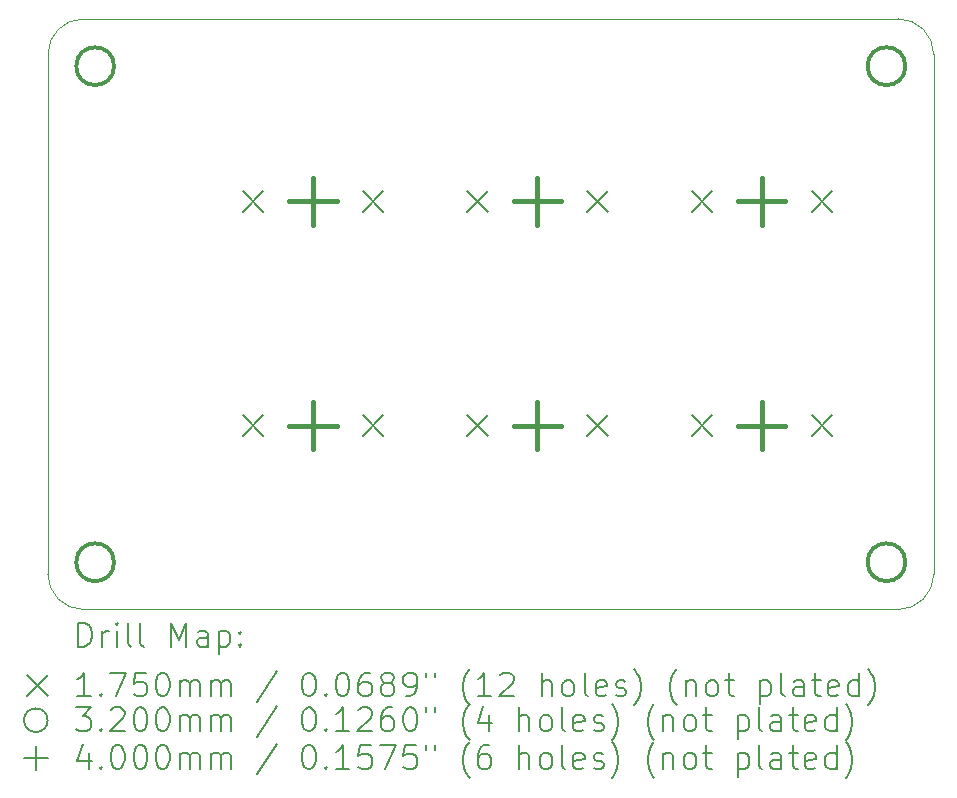
<source format=gbr>
%TF.GenerationSoftware,KiCad,Pcbnew,8.0.0*%
%TF.CreationDate,2024-03-12T01:41:39-04:00*%
%TF.ProjectId,mediaKeeb_V1,6d656469-614b-4656-9562-5f56312e6b69,rev?*%
%TF.SameCoordinates,Original*%
%TF.FileFunction,Drillmap*%
%TF.FilePolarity,Positive*%
%FSLAX45Y45*%
G04 Gerber Fmt 4.5, Leading zero omitted, Abs format (unit mm)*
G04 Created by KiCad (PCBNEW 8.0.0) date 2024-03-12 01:41:39*
%MOMM*%
%LPD*%
G01*
G04 APERTURE LIST*
%ADD10C,0.050000*%
%ADD11C,0.200000*%
%ADD12C,0.175000*%
%ADD13C,0.320000*%
%ADD14C,0.400000*%
G04 APERTURE END LIST*
D10*
X9700000Y-5000000D02*
X9700000Y-9400000D01*
X17200000Y-5000000D02*
X17200000Y-9400000D01*
X10000000Y-9700000D02*
G75*
G02*
X9700000Y-9400000I0J300000D01*
G01*
X17200000Y-9400000D02*
G75*
G02*
X16900000Y-9700000I-300000J0D01*
G01*
X16900000Y-9700000D02*
X10000000Y-9700000D01*
X16900000Y-4700000D02*
G75*
G02*
X17200000Y-5000000I0J-300000D01*
G01*
X10000000Y-4700000D02*
X16900000Y-4700000D01*
X9700000Y-5000000D02*
G75*
G02*
X10000000Y-4700000I300000J0D01*
G01*
D11*
D12*
X11348625Y-6155500D02*
X11523625Y-6330500D01*
X11523625Y-6155500D02*
X11348625Y-6330500D01*
X11349625Y-8055500D02*
X11524625Y-8230500D01*
X11524625Y-8055500D02*
X11349625Y-8230500D01*
X12364625Y-6155500D02*
X12539625Y-6330500D01*
X12539625Y-6155500D02*
X12364625Y-6330500D01*
X12365625Y-8055500D02*
X12540625Y-8230500D01*
X12540625Y-8055500D02*
X12365625Y-8230500D01*
X13249625Y-6155500D02*
X13424625Y-6330500D01*
X13424625Y-6155500D02*
X13249625Y-6330500D01*
X13249625Y-8055500D02*
X13424625Y-8230500D01*
X13424625Y-8055500D02*
X13249625Y-8230500D01*
X14265625Y-6155500D02*
X14440625Y-6330500D01*
X14440625Y-6155500D02*
X14265625Y-6330500D01*
X14265625Y-8055500D02*
X14440625Y-8230500D01*
X14440625Y-8055500D02*
X14265625Y-8230500D01*
X15149625Y-6155500D02*
X15324625Y-6330500D01*
X15324625Y-6155500D02*
X15149625Y-6330500D01*
X15149625Y-8055500D02*
X15324625Y-8230500D01*
X15324625Y-8055500D02*
X15149625Y-8230500D01*
X16165625Y-6155500D02*
X16340625Y-6330500D01*
X16340625Y-6155500D02*
X16165625Y-6330500D01*
X16165625Y-8055500D02*
X16340625Y-8230500D01*
X16340625Y-8055500D02*
X16165625Y-8230500D01*
D13*
X10260000Y-5100000D02*
G75*
G02*
X9940000Y-5100000I-160000J0D01*
G01*
X9940000Y-5100000D02*
G75*
G02*
X10260000Y-5100000I160000J0D01*
G01*
X10260000Y-9300000D02*
G75*
G02*
X9940000Y-9300000I-160000J0D01*
G01*
X9940000Y-9300000D02*
G75*
G02*
X10260000Y-9300000I160000J0D01*
G01*
X16960000Y-5100000D02*
G75*
G02*
X16640000Y-5100000I-160000J0D01*
G01*
X16640000Y-5100000D02*
G75*
G02*
X16960000Y-5100000I160000J0D01*
G01*
X16960000Y-9300000D02*
G75*
G02*
X16640000Y-9300000I-160000J0D01*
G01*
X16640000Y-9300000D02*
G75*
G02*
X16960000Y-9300000I160000J0D01*
G01*
D14*
X11944125Y-6043000D02*
X11944125Y-6443000D01*
X11744125Y-6243000D02*
X12144125Y-6243000D01*
X11945125Y-7943000D02*
X11945125Y-8343000D01*
X11745125Y-8143000D02*
X12145125Y-8143000D01*
X13845125Y-6043000D02*
X13845125Y-6443000D01*
X13645125Y-6243000D02*
X14045125Y-6243000D01*
X13845125Y-7943000D02*
X13845125Y-8343000D01*
X13645125Y-8143000D02*
X14045125Y-8143000D01*
X15745125Y-6043000D02*
X15745125Y-6443000D01*
X15545125Y-6243000D02*
X15945125Y-6243000D01*
X15745125Y-7943000D02*
X15745125Y-8343000D01*
X15545125Y-8143000D02*
X15945125Y-8143000D01*
D11*
X9958277Y-10013984D02*
X9958277Y-9813984D01*
X9958277Y-9813984D02*
X10005896Y-9813984D01*
X10005896Y-9813984D02*
X10034467Y-9823508D01*
X10034467Y-9823508D02*
X10053515Y-9842555D01*
X10053515Y-9842555D02*
X10063039Y-9861603D01*
X10063039Y-9861603D02*
X10072563Y-9899698D01*
X10072563Y-9899698D02*
X10072563Y-9928270D01*
X10072563Y-9928270D02*
X10063039Y-9966365D01*
X10063039Y-9966365D02*
X10053515Y-9985412D01*
X10053515Y-9985412D02*
X10034467Y-10004460D01*
X10034467Y-10004460D02*
X10005896Y-10013984D01*
X10005896Y-10013984D02*
X9958277Y-10013984D01*
X10158277Y-10013984D02*
X10158277Y-9880650D01*
X10158277Y-9918746D02*
X10167801Y-9899698D01*
X10167801Y-9899698D02*
X10177324Y-9890174D01*
X10177324Y-9890174D02*
X10196372Y-9880650D01*
X10196372Y-9880650D02*
X10215420Y-9880650D01*
X10282086Y-10013984D02*
X10282086Y-9880650D01*
X10282086Y-9813984D02*
X10272563Y-9823508D01*
X10272563Y-9823508D02*
X10282086Y-9833031D01*
X10282086Y-9833031D02*
X10291610Y-9823508D01*
X10291610Y-9823508D02*
X10282086Y-9813984D01*
X10282086Y-9813984D02*
X10282086Y-9833031D01*
X10405896Y-10013984D02*
X10386848Y-10004460D01*
X10386848Y-10004460D02*
X10377324Y-9985412D01*
X10377324Y-9985412D02*
X10377324Y-9813984D01*
X10510658Y-10013984D02*
X10491610Y-10004460D01*
X10491610Y-10004460D02*
X10482086Y-9985412D01*
X10482086Y-9985412D02*
X10482086Y-9813984D01*
X10739229Y-10013984D02*
X10739229Y-9813984D01*
X10739229Y-9813984D02*
X10805896Y-9956841D01*
X10805896Y-9956841D02*
X10872563Y-9813984D01*
X10872563Y-9813984D02*
X10872563Y-10013984D01*
X11053515Y-10013984D02*
X11053515Y-9909222D01*
X11053515Y-9909222D02*
X11043991Y-9890174D01*
X11043991Y-9890174D02*
X11024944Y-9880650D01*
X11024944Y-9880650D02*
X10986848Y-9880650D01*
X10986848Y-9880650D02*
X10967801Y-9890174D01*
X11053515Y-10004460D02*
X11034467Y-10013984D01*
X11034467Y-10013984D02*
X10986848Y-10013984D01*
X10986848Y-10013984D02*
X10967801Y-10004460D01*
X10967801Y-10004460D02*
X10958277Y-9985412D01*
X10958277Y-9985412D02*
X10958277Y-9966365D01*
X10958277Y-9966365D02*
X10967801Y-9947317D01*
X10967801Y-9947317D02*
X10986848Y-9937793D01*
X10986848Y-9937793D02*
X11034467Y-9937793D01*
X11034467Y-9937793D02*
X11053515Y-9928270D01*
X11148753Y-9880650D02*
X11148753Y-10080650D01*
X11148753Y-9890174D02*
X11167801Y-9880650D01*
X11167801Y-9880650D02*
X11205896Y-9880650D01*
X11205896Y-9880650D02*
X11224943Y-9890174D01*
X11224943Y-9890174D02*
X11234467Y-9899698D01*
X11234467Y-9899698D02*
X11243991Y-9918746D01*
X11243991Y-9918746D02*
X11243991Y-9975889D01*
X11243991Y-9975889D02*
X11234467Y-9994936D01*
X11234467Y-9994936D02*
X11224943Y-10004460D01*
X11224943Y-10004460D02*
X11205896Y-10013984D01*
X11205896Y-10013984D02*
X11167801Y-10013984D01*
X11167801Y-10013984D02*
X11148753Y-10004460D01*
X11329705Y-9994936D02*
X11339229Y-10004460D01*
X11339229Y-10004460D02*
X11329705Y-10013984D01*
X11329705Y-10013984D02*
X11320182Y-10004460D01*
X11320182Y-10004460D02*
X11329705Y-9994936D01*
X11329705Y-9994936D02*
X11329705Y-10013984D01*
X11329705Y-9890174D02*
X11339229Y-9899698D01*
X11339229Y-9899698D02*
X11329705Y-9909222D01*
X11329705Y-9909222D02*
X11320182Y-9899698D01*
X11320182Y-9899698D02*
X11329705Y-9890174D01*
X11329705Y-9890174D02*
X11329705Y-9909222D01*
D12*
X9522500Y-10255000D02*
X9697500Y-10430000D01*
X9697500Y-10255000D02*
X9522500Y-10430000D01*
D11*
X10063039Y-10433984D02*
X9948753Y-10433984D01*
X10005896Y-10433984D02*
X10005896Y-10233984D01*
X10005896Y-10233984D02*
X9986848Y-10262555D01*
X9986848Y-10262555D02*
X9967801Y-10281603D01*
X9967801Y-10281603D02*
X9948753Y-10291127D01*
X10148753Y-10414936D02*
X10158277Y-10424460D01*
X10158277Y-10424460D02*
X10148753Y-10433984D01*
X10148753Y-10433984D02*
X10139229Y-10424460D01*
X10139229Y-10424460D02*
X10148753Y-10414936D01*
X10148753Y-10414936D02*
X10148753Y-10433984D01*
X10224944Y-10233984D02*
X10358277Y-10233984D01*
X10358277Y-10233984D02*
X10272563Y-10433984D01*
X10529705Y-10233984D02*
X10434467Y-10233984D01*
X10434467Y-10233984D02*
X10424944Y-10329222D01*
X10424944Y-10329222D02*
X10434467Y-10319698D01*
X10434467Y-10319698D02*
X10453515Y-10310174D01*
X10453515Y-10310174D02*
X10501134Y-10310174D01*
X10501134Y-10310174D02*
X10520182Y-10319698D01*
X10520182Y-10319698D02*
X10529705Y-10329222D01*
X10529705Y-10329222D02*
X10539229Y-10348270D01*
X10539229Y-10348270D02*
X10539229Y-10395889D01*
X10539229Y-10395889D02*
X10529705Y-10414936D01*
X10529705Y-10414936D02*
X10520182Y-10424460D01*
X10520182Y-10424460D02*
X10501134Y-10433984D01*
X10501134Y-10433984D02*
X10453515Y-10433984D01*
X10453515Y-10433984D02*
X10434467Y-10424460D01*
X10434467Y-10424460D02*
X10424944Y-10414936D01*
X10663039Y-10233984D02*
X10682086Y-10233984D01*
X10682086Y-10233984D02*
X10701134Y-10243508D01*
X10701134Y-10243508D02*
X10710658Y-10253031D01*
X10710658Y-10253031D02*
X10720182Y-10272079D01*
X10720182Y-10272079D02*
X10729705Y-10310174D01*
X10729705Y-10310174D02*
X10729705Y-10357793D01*
X10729705Y-10357793D02*
X10720182Y-10395889D01*
X10720182Y-10395889D02*
X10710658Y-10414936D01*
X10710658Y-10414936D02*
X10701134Y-10424460D01*
X10701134Y-10424460D02*
X10682086Y-10433984D01*
X10682086Y-10433984D02*
X10663039Y-10433984D01*
X10663039Y-10433984D02*
X10643991Y-10424460D01*
X10643991Y-10424460D02*
X10634467Y-10414936D01*
X10634467Y-10414936D02*
X10624944Y-10395889D01*
X10624944Y-10395889D02*
X10615420Y-10357793D01*
X10615420Y-10357793D02*
X10615420Y-10310174D01*
X10615420Y-10310174D02*
X10624944Y-10272079D01*
X10624944Y-10272079D02*
X10634467Y-10253031D01*
X10634467Y-10253031D02*
X10643991Y-10243508D01*
X10643991Y-10243508D02*
X10663039Y-10233984D01*
X10815420Y-10433984D02*
X10815420Y-10300650D01*
X10815420Y-10319698D02*
X10824944Y-10310174D01*
X10824944Y-10310174D02*
X10843991Y-10300650D01*
X10843991Y-10300650D02*
X10872563Y-10300650D01*
X10872563Y-10300650D02*
X10891610Y-10310174D01*
X10891610Y-10310174D02*
X10901134Y-10329222D01*
X10901134Y-10329222D02*
X10901134Y-10433984D01*
X10901134Y-10329222D02*
X10910658Y-10310174D01*
X10910658Y-10310174D02*
X10929705Y-10300650D01*
X10929705Y-10300650D02*
X10958277Y-10300650D01*
X10958277Y-10300650D02*
X10977325Y-10310174D01*
X10977325Y-10310174D02*
X10986848Y-10329222D01*
X10986848Y-10329222D02*
X10986848Y-10433984D01*
X11082086Y-10433984D02*
X11082086Y-10300650D01*
X11082086Y-10319698D02*
X11091610Y-10310174D01*
X11091610Y-10310174D02*
X11110658Y-10300650D01*
X11110658Y-10300650D02*
X11139229Y-10300650D01*
X11139229Y-10300650D02*
X11158277Y-10310174D01*
X11158277Y-10310174D02*
X11167801Y-10329222D01*
X11167801Y-10329222D02*
X11167801Y-10433984D01*
X11167801Y-10329222D02*
X11177325Y-10310174D01*
X11177325Y-10310174D02*
X11196372Y-10300650D01*
X11196372Y-10300650D02*
X11224943Y-10300650D01*
X11224943Y-10300650D02*
X11243991Y-10310174D01*
X11243991Y-10310174D02*
X11253515Y-10329222D01*
X11253515Y-10329222D02*
X11253515Y-10433984D01*
X11643991Y-10224460D02*
X11472563Y-10481603D01*
X11901134Y-10233984D02*
X11920182Y-10233984D01*
X11920182Y-10233984D02*
X11939229Y-10243508D01*
X11939229Y-10243508D02*
X11948753Y-10253031D01*
X11948753Y-10253031D02*
X11958277Y-10272079D01*
X11958277Y-10272079D02*
X11967801Y-10310174D01*
X11967801Y-10310174D02*
X11967801Y-10357793D01*
X11967801Y-10357793D02*
X11958277Y-10395889D01*
X11958277Y-10395889D02*
X11948753Y-10414936D01*
X11948753Y-10414936D02*
X11939229Y-10424460D01*
X11939229Y-10424460D02*
X11920182Y-10433984D01*
X11920182Y-10433984D02*
X11901134Y-10433984D01*
X11901134Y-10433984D02*
X11882086Y-10424460D01*
X11882086Y-10424460D02*
X11872563Y-10414936D01*
X11872563Y-10414936D02*
X11863039Y-10395889D01*
X11863039Y-10395889D02*
X11853515Y-10357793D01*
X11853515Y-10357793D02*
X11853515Y-10310174D01*
X11853515Y-10310174D02*
X11863039Y-10272079D01*
X11863039Y-10272079D02*
X11872563Y-10253031D01*
X11872563Y-10253031D02*
X11882086Y-10243508D01*
X11882086Y-10243508D02*
X11901134Y-10233984D01*
X12053515Y-10414936D02*
X12063039Y-10424460D01*
X12063039Y-10424460D02*
X12053515Y-10433984D01*
X12053515Y-10433984D02*
X12043991Y-10424460D01*
X12043991Y-10424460D02*
X12053515Y-10414936D01*
X12053515Y-10414936D02*
X12053515Y-10433984D01*
X12186848Y-10233984D02*
X12205896Y-10233984D01*
X12205896Y-10233984D02*
X12224944Y-10243508D01*
X12224944Y-10243508D02*
X12234467Y-10253031D01*
X12234467Y-10253031D02*
X12243991Y-10272079D01*
X12243991Y-10272079D02*
X12253515Y-10310174D01*
X12253515Y-10310174D02*
X12253515Y-10357793D01*
X12253515Y-10357793D02*
X12243991Y-10395889D01*
X12243991Y-10395889D02*
X12234467Y-10414936D01*
X12234467Y-10414936D02*
X12224944Y-10424460D01*
X12224944Y-10424460D02*
X12205896Y-10433984D01*
X12205896Y-10433984D02*
X12186848Y-10433984D01*
X12186848Y-10433984D02*
X12167801Y-10424460D01*
X12167801Y-10424460D02*
X12158277Y-10414936D01*
X12158277Y-10414936D02*
X12148753Y-10395889D01*
X12148753Y-10395889D02*
X12139229Y-10357793D01*
X12139229Y-10357793D02*
X12139229Y-10310174D01*
X12139229Y-10310174D02*
X12148753Y-10272079D01*
X12148753Y-10272079D02*
X12158277Y-10253031D01*
X12158277Y-10253031D02*
X12167801Y-10243508D01*
X12167801Y-10243508D02*
X12186848Y-10233984D01*
X12424944Y-10233984D02*
X12386848Y-10233984D01*
X12386848Y-10233984D02*
X12367801Y-10243508D01*
X12367801Y-10243508D02*
X12358277Y-10253031D01*
X12358277Y-10253031D02*
X12339229Y-10281603D01*
X12339229Y-10281603D02*
X12329706Y-10319698D01*
X12329706Y-10319698D02*
X12329706Y-10395889D01*
X12329706Y-10395889D02*
X12339229Y-10414936D01*
X12339229Y-10414936D02*
X12348753Y-10424460D01*
X12348753Y-10424460D02*
X12367801Y-10433984D01*
X12367801Y-10433984D02*
X12405896Y-10433984D01*
X12405896Y-10433984D02*
X12424944Y-10424460D01*
X12424944Y-10424460D02*
X12434467Y-10414936D01*
X12434467Y-10414936D02*
X12443991Y-10395889D01*
X12443991Y-10395889D02*
X12443991Y-10348270D01*
X12443991Y-10348270D02*
X12434467Y-10329222D01*
X12434467Y-10329222D02*
X12424944Y-10319698D01*
X12424944Y-10319698D02*
X12405896Y-10310174D01*
X12405896Y-10310174D02*
X12367801Y-10310174D01*
X12367801Y-10310174D02*
X12348753Y-10319698D01*
X12348753Y-10319698D02*
X12339229Y-10329222D01*
X12339229Y-10329222D02*
X12329706Y-10348270D01*
X12558277Y-10319698D02*
X12539229Y-10310174D01*
X12539229Y-10310174D02*
X12529706Y-10300650D01*
X12529706Y-10300650D02*
X12520182Y-10281603D01*
X12520182Y-10281603D02*
X12520182Y-10272079D01*
X12520182Y-10272079D02*
X12529706Y-10253031D01*
X12529706Y-10253031D02*
X12539229Y-10243508D01*
X12539229Y-10243508D02*
X12558277Y-10233984D01*
X12558277Y-10233984D02*
X12596372Y-10233984D01*
X12596372Y-10233984D02*
X12615420Y-10243508D01*
X12615420Y-10243508D02*
X12624944Y-10253031D01*
X12624944Y-10253031D02*
X12634467Y-10272079D01*
X12634467Y-10272079D02*
X12634467Y-10281603D01*
X12634467Y-10281603D02*
X12624944Y-10300650D01*
X12624944Y-10300650D02*
X12615420Y-10310174D01*
X12615420Y-10310174D02*
X12596372Y-10319698D01*
X12596372Y-10319698D02*
X12558277Y-10319698D01*
X12558277Y-10319698D02*
X12539229Y-10329222D01*
X12539229Y-10329222D02*
X12529706Y-10338746D01*
X12529706Y-10338746D02*
X12520182Y-10357793D01*
X12520182Y-10357793D02*
X12520182Y-10395889D01*
X12520182Y-10395889D02*
X12529706Y-10414936D01*
X12529706Y-10414936D02*
X12539229Y-10424460D01*
X12539229Y-10424460D02*
X12558277Y-10433984D01*
X12558277Y-10433984D02*
X12596372Y-10433984D01*
X12596372Y-10433984D02*
X12615420Y-10424460D01*
X12615420Y-10424460D02*
X12624944Y-10414936D01*
X12624944Y-10414936D02*
X12634467Y-10395889D01*
X12634467Y-10395889D02*
X12634467Y-10357793D01*
X12634467Y-10357793D02*
X12624944Y-10338746D01*
X12624944Y-10338746D02*
X12615420Y-10329222D01*
X12615420Y-10329222D02*
X12596372Y-10319698D01*
X12729706Y-10433984D02*
X12767801Y-10433984D01*
X12767801Y-10433984D02*
X12786848Y-10424460D01*
X12786848Y-10424460D02*
X12796372Y-10414936D01*
X12796372Y-10414936D02*
X12815420Y-10386365D01*
X12815420Y-10386365D02*
X12824944Y-10348270D01*
X12824944Y-10348270D02*
X12824944Y-10272079D01*
X12824944Y-10272079D02*
X12815420Y-10253031D01*
X12815420Y-10253031D02*
X12805896Y-10243508D01*
X12805896Y-10243508D02*
X12786848Y-10233984D01*
X12786848Y-10233984D02*
X12748753Y-10233984D01*
X12748753Y-10233984D02*
X12729706Y-10243508D01*
X12729706Y-10243508D02*
X12720182Y-10253031D01*
X12720182Y-10253031D02*
X12710658Y-10272079D01*
X12710658Y-10272079D02*
X12710658Y-10319698D01*
X12710658Y-10319698D02*
X12720182Y-10338746D01*
X12720182Y-10338746D02*
X12729706Y-10348270D01*
X12729706Y-10348270D02*
X12748753Y-10357793D01*
X12748753Y-10357793D02*
X12786848Y-10357793D01*
X12786848Y-10357793D02*
X12805896Y-10348270D01*
X12805896Y-10348270D02*
X12815420Y-10338746D01*
X12815420Y-10338746D02*
X12824944Y-10319698D01*
X12901134Y-10233984D02*
X12901134Y-10272079D01*
X12977325Y-10233984D02*
X12977325Y-10272079D01*
X13272563Y-10510174D02*
X13263039Y-10500650D01*
X13263039Y-10500650D02*
X13243991Y-10472079D01*
X13243991Y-10472079D02*
X13234468Y-10453031D01*
X13234468Y-10453031D02*
X13224944Y-10424460D01*
X13224944Y-10424460D02*
X13215420Y-10376841D01*
X13215420Y-10376841D02*
X13215420Y-10338746D01*
X13215420Y-10338746D02*
X13224944Y-10291127D01*
X13224944Y-10291127D02*
X13234468Y-10262555D01*
X13234468Y-10262555D02*
X13243991Y-10243508D01*
X13243991Y-10243508D02*
X13263039Y-10214936D01*
X13263039Y-10214936D02*
X13272563Y-10205412D01*
X13453515Y-10433984D02*
X13339229Y-10433984D01*
X13396372Y-10433984D02*
X13396372Y-10233984D01*
X13396372Y-10233984D02*
X13377325Y-10262555D01*
X13377325Y-10262555D02*
X13358277Y-10281603D01*
X13358277Y-10281603D02*
X13339229Y-10291127D01*
X13529706Y-10253031D02*
X13539229Y-10243508D01*
X13539229Y-10243508D02*
X13558277Y-10233984D01*
X13558277Y-10233984D02*
X13605896Y-10233984D01*
X13605896Y-10233984D02*
X13624944Y-10243508D01*
X13624944Y-10243508D02*
X13634468Y-10253031D01*
X13634468Y-10253031D02*
X13643991Y-10272079D01*
X13643991Y-10272079D02*
X13643991Y-10291127D01*
X13643991Y-10291127D02*
X13634468Y-10319698D01*
X13634468Y-10319698D02*
X13520182Y-10433984D01*
X13520182Y-10433984D02*
X13643991Y-10433984D01*
X13882087Y-10433984D02*
X13882087Y-10233984D01*
X13967801Y-10433984D02*
X13967801Y-10329222D01*
X13967801Y-10329222D02*
X13958277Y-10310174D01*
X13958277Y-10310174D02*
X13939230Y-10300650D01*
X13939230Y-10300650D02*
X13910658Y-10300650D01*
X13910658Y-10300650D02*
X13891610Y-10310174D01*
X13891610Y-10310174D02*
X13882087Y-10319698D01*
X14091610Y-10433984D02*
X14072563Y-10424460D01*
X14072563Y-10424460D02*
X14063039Y-10414936D01*
X14063039Y-10414936D02*
X14053515Y-10395889D01*
X14053515Y-10395889D02*
X14053515Y-10338746D01*
X14053515Y-10338746D02*
X14063039Y-10319698D01*
X14063039Y-10319698D02*
X14072563Y-10310174D01*
X14072563Y-10310174D02*
X14091610Y-10300650D01*
X14091610Y-10300650D02*
X14120182Y-10300650D01*
X14120182Y-10300650D02*
X14139230Y-10310174D01*
X14139230Y-10310174D02*
X14148753Y-10319698D01*
X14148753Y-10319698D02*
X14158277Y-10338746D01*
X14158277Y-10338746D02*
X14158277Y-10395889D01*
X14158277Y-10395889D02*
X14148753Y-10414936D01*
X14148753Y-10414936D02*
X14139230Y-10424460D01*
X14139230Y-10424460D02*
X14120182Y-10433984D01*
X14120182Y-10433984D02*
X14091610Y-10433984D01*
X14272563Y-10433984D02*
X14253515Y-10424460D01*
X14253515Y-10424460D02*
X14243991Y-10405412D01*
X14243991Y-10405412D02*
X14243991Y-10233984D01*
X14424944Y-10424460D02*
X14405896Y-10433984D01*
X14405896Y-10433984D02*
X14367801Y-10433984D01*
X14367801Y-10433984D02*
X14348753Y-10424460D01*
X14348753Y-10424460D02*
X14339230Y-10405412D01*
X14339230Y-10405412D02*
X14339230Y-10329222D01*
X14339230Y-10329222D02*
X14348753Y-10310174D01*
X14348753Y-10310174D02*
X14367801Y-10300650D01*
X14367801Y-10300650D02*
X14405896Y-10300650D01*
X14405896Y-10300650D02*
X14424944Y-10310174D01*
X14424944Y-10310174D02*
X14434468Y-10329222D01*
X14434468Y-10329222D02*
X14434468Y-10348270D01*
X14434468Y-10348270D02*
X14339230Y-10367317D01*
X14510658Y-10424460D02*
X14529706Y-10433984D01*
X14529706Y-10433984D02*
X14567801Y-10433984D01*
X14567801Y-10433984D02*
X14586849Y-10424460D01*
X14586849Y-10424460D02*
X14596372Y-10405412D01*
X14596372Y-10405412D02*
X14596372Y-10395889D01*
X14596372Y-10395889D02*
X14586849Y-10376841D01*
X14586849Y-10376841D02*
X14567801Y-10367317D01*
X14567801Y-10367317D02*
X14539230Y-10367317D01*
X14539230Y-10367317D02*
X14520182Y-10357793D01*
X14520182Y-10357793D02*
X14510658Y-10338746D01*
X14510658Y-10338746D02*
X14510658Y-10329222D01*
X14510658Y-10329222D02*
X14520182Y-10310174D01*
X14520182Y-10310174D02*
X14539230Y-10300650D01*
X14539230Y-10300650D02*
X14567801Y-10300650D01*
X14567801Y-10300650D02*
X14586849Y-10310174D01*
X14663039Y-10510174D02*
X14672563Y-10500650D01*
X14672563Y-10500650D02*
X14691611Y-10472079D01*
X14691611Y-10472079D02*
X14701134Y-10453031D01*
X14701134Y-10453031D02*
X14710658Y-10424460D01*
X14710658Y-10424460D02*
X14720182Y-10376841D01*
X14720182Y-10376841D02*
X14720182Y-10338746D01*
X14720182Y-10338746D02*
X14710658Y-10291127D01*
X14710658Y-10291127D02*
X14701134Y-10262555D01*
X14701134Y-10262555D02*
X14691611Y-10243508D01*
X14691611Y-10243508D02*
X14672563Y-10214936D01*
X14672563Y-10214936D02*
X14663039Y-10205412D01*
X15024944Y-10510174D02*
X15015420Y-10500650D01*
X15015420Y-10500650D02*
X14996372Y-10472079D01*
X14996372Y-10472079D02*
X14986849Y-10453031D01*
X14986849Y-10453031D02*
X14977325Y-10424460D01*
X14977325Y-10424460D02*
X14967801Y-10376841D01*
X14967801Y-10376841D02*
X14967801Y-10338746D01*
X14967801Y-10338746D02*
X14977325Y-10291127D01*
X14977325Y-10291127D02*
X14986849Y-10262555D01*
X14986849Y-10262555D02*
X14996372Y-10243508D01*
X14996372Y-10243508D02*
X15015420Y-10214936D01*
X15015420Y-10214936D02*
X15024944Y-10205412D01*
X15101134Y-10300650D02*
X15101134Y-10433984D01*
X15101134Y-10319698D02*
X15110658Y-10310174D01*
X15110658Y-10310174D02*
X15129706Y-10300650D01*
X15129706Y-10300650D02*
X15158277Y-10300650D01*
X15158277Y-10300650D02*
X15177325Y-10310174D01*
X15177325Y-10310174D02*
X15186849Y-10329222D01*
X15186849Y-10329222D02*
X15186849Y-10433984D01*
X15310658Y-10433984D02*
X15291611Y-10424460D01*
X15291611Y-10424460D02*
X15282087Y-10414936D01*
X15282087Y-10414936D02*
X15272563Y-10395889D01*
X15272563Y-10395889D02*
X15272563Y-10338746D01*
X15272563Y-10338746D02*
X15282087Y-10319698D01*
X15282087Y-10319698D02*
X15291611Y-10310174D01*
X15291611Y-10310174D02*
X15310658Y-10300650D01*
X15310658Y-10300650D02*
X15339230Y-10300650D01*
X15339230Y-10300650D02*
X15358277Y-10310174D01*
X15358277Y-10310174D02*
X15367801Y-10319698D01*
X15367801Y-10319698D02*
X15377325Y-10338746D01*
X15377325Y-10338746D02*
X15377325Y-10395889D01*
X15377325Y-10395889D02*
X15367801Y-10414936D01*
X15367801Y-10414936D02*
X15358277Y-10424460D01*
X15358277Y-10424460D02*
X15339230Y-10433984D01*
X15339230Y-10433984D02*
X15310658Y-10433984D01*
X15434468Y-10300650D02*
X15510658Y-10300650D01*
X15463039Y-10233984D02*
X15463039Y-10405412D01*
X15463039Y-10405412D02*
X15472563Y-10424460D01*
X15472563Y-10424460D02*
X15491611Y-10433984D01*
X15491611Y-10433984D02*
X15510658Y-10433984D01*
X15729706Y-10300650D02*
X15729706Y-10500650D01*
X15729706Y-10310174D02*
X15748753Y-10300650D01*
X15748753Y-10300650D02*
X15786849Y-10300650D01*
X15786849Y-10300650D02*
X15805896Y-10310174D01*
X15805896Y-10310174D02*
X15815420Y-10319698D01*
X15815420Y-10319698D02*
X15824944Y-10338746D01*
X15824944Y-10338746D02*
X15824944Y-10395889D01*
X15824944Y-10395889D02*
X15815420Y-10414936D01*
X15815420Y-10414936D02*
X15805896Y-10424460D01*
X15805896Y-10424460D02*
X15786849Y-10433984D01*
X15786849Y-10433984D02*
X15748753Y-10433984D01*
X15748753Y-10433984D02*
X15729706Y-10424460D01*
X15939230Y-10433984D02*
X15920182Y-10424460D01*
X15920182Y-10424460D02*
X15910658Y-10405412D01*
X15910658Y-10405412D02*
X15910658Y-10233984D01*
X16101134Y-10433984D02*
X16101134Y-10329222D01*
X16101134Y-10329222D02*
X16091611Y-10310174D01*
X16091611Y-10310174D02*
X16072563Y-10300650D01*
X16072563Y-10300650D02*
X16034468Y-10300650D01*
X16034468Y-10300650D02*
X16015420Y-10310174D01*
X16101134Y-10424460D02*
X16082087Y-10433984D01*
X16082087Y-10433984D02*
X16034468Y-10433984D01*
X16034468Y-10433984D02*
X16015420Y-10424460D01*
X16015420Y-10424460D02*
X16005896Y-10405412D01*
X16005896Y-10405412D02*
X16005896Y-10386365D01*
X16005896Y-10386365D02*
X16015420Y-10367317D01*
X16015420Y-10367317D02*
X16034468Y-10357793D01*
X16034468Y-10357793D02*
X16082087Y-10357793D01*
X16082087Y-10357793D02*
X16101134Y-10348270D01*
X16167801Y-10300650D02*
X16243992Y-10300650D01*
X16196373Y-10233984D02*
X16196373Y-10405412D01*
X16196373Y-10405412D02*
X16205896Y-10424460D01*
X16205896Y-10424460D02*
X16224944Y-10433984D01*
X16224944Y-10433984D02*
X16243992Y-10433984D01*
X16386849Y-10424460D02*
X16367801Y-10433984D01*
X16367801Y-10433984D02*
X16329706Y-10433984D01*
X16329706Y-10433984D02*
X16310658Y-10424460D01*
X16310658Y-10424460D02*
X16301134Y-10405412D01*
X16301134Y-10405412D02*
X16301134Y-10329222D01*
X16301134Y-10329222D02*
X16310658Y-10310174D01*
X16310658Y-10310174D02*
X16329706Y-10300650D01*
X16329706Y-10300650D02*
X16367801Y-10300650D01*
X16367801Y-10300650D02*
X16386849Y-10310174D01*
X16386849Y-10310174D02*
X16396373Y-10329222D01*
X16396373Y-10329222D02*
X16396373Y-10348270D01*
X16396373Y-10348270D02*
X16301134Y-10367317D01*
X16567801Y-10433984D02*
X16567801Y-10233984D01*
X16567801Y-10424460D02*
X16548754Y-10433984D01*
X16548754Y-10433984D02*
X16510658Y-10433984D01*
X16510658Y-10433984D02*
X16491611Y-10424460D01*
X16491611Y-10424460D02*
X16482087Y-10414936D01*
X16482087Y-10414936D02*
X16472563Y-10395889D01*
X16472563Y-10395889D02*
X16472563Y-10338746D01*
X16472563Y-10338746D02*
X16482087Y-10319698D01*
X16482087Y-10319698D02*
X16491611Y-10310174D01*
X16491611Y-10310174D02*
X16510658Y-10300650D01*
X16510658Y-10300650D02*
X16548754Y-10300650D01*
X16548754Y-10300650D02*
X16567801Y-10310174D01*
X16643992Y-10510174D02*
X16653515Y-10500650D01*
X16653515Y-10500650D02*
X16672563Y-10472079D01*
X16672563Y-10472079D02*
X16682087Y-10453031D01*
X16682087Y-10453031D02*
X16691611Y-10424460D01*
X16691611Y-10424460D02*
X16701134Y-10376841D01*
X16701134Y-10376841D02*
X16701134Y-10338746D01*
X16701134Y-10338746D02*
X16691611Y-10291127D01*
X16691611Y-10291127D02*
X16682087Y-10262555D01*
X16682087Y-10262555D02*
X16672563Y-10243508D01*
X16672563Y-10243508D02*
X16653515Y-10214936D01*
X16653515Y-10214936D02*
X16643992Y-10205412D01*
X9697500Y-10637500D02*
G75*
G02*
X9497500Y-10637500I-100000J0D01*
G01*
X9497500Y-10637500D02*
G75*
G02*
X9697500Y-10637500I100000J0D01*
G01*
X9939229Y-10528984D02*
X10063039Y-10528984D01*
X10063039Y-10528984D02*
X9996372Y-10605174D01*
X9996372Y-10605174D02*
X10024944Y-10605174D01*
X10024944Y-10605174D02*
X10043991Y-10614698D01*
X10043991Y-10614698D02*
X10053515Y-10624222D01*
X10053515Y-10624222D02*
X10063039Y-10643270D01*
X10063039Y-10643270D02*
X10063039Y-10690889D01*
X10063039Y-10690889D02*
X10053515Y-10709936D01*
X10053515Y-10709936D02*
X10043991Y-10719460D01*
X10043991Y-10719460D02*
X10024944Y-10728984D01*
X10024944Y-10728984D02*
X9967801Y-10728984D01*
X9967801Y-10728984D02*
X9948753Y-10719460D01*
X9948753Y-10719460D02*
X9939229Y-10709936D01*
X10148753Y-10709936D02*
X10158277Y-10719460D01*
X10158277Y-10719460D02*
X10148753Y-10728984D01*
X10148753Y-10728984D02*
X10139229Y-10719460D01*
X10139229Y-10719460D02*
X10148753Y-10709936D01*
X10148753Y-10709936D02*
X10148753Y-10728984D01*
X10234467Y-10548031D02*
X10243991Y-10538508D01*
X10243991Y-10538508D02*
X10263039Y-10528984D01*
X10263039Y-10528984D02*
X10310658Y-10528984D01*
X10310658Y-10528984D02*
X10329705Y-10538508D01*
X10329705Y-10538508D02*
X10339229Y-10548031D01*
X10339229Y-10548031D02*
X10348753Y-10567079D01*
X10348753Y-10567079D02*
X10348753Y-10586127D01*
X10348753Y-10586127D02*
X10339229Y-10614698D01*
X10339229Y-10614698D02*
X10224944Y-10728984D01*
X10224944Y-10728984D02*
X10348753Y-10728984D01*
X10472563Y-10528984D02*
X10491610Y-10528984D01*
X10491610Y-10528984D02*
X10510658Y-10538508D01*
X10510658Y-10538508D02*
X10520182Y-10548031D01*
X10520182Y-10548031D02*
X10529705Y-10567079D01*
X10529705Y-10567079D02*
X10539229Y-10605174D01*
X10539229Y-10605174D02*
X10539229Y-10652793D01*
X10539229Y-10652793D02*
X10529705Y-10690889D01*
X10529705Y-10690889D02*
X10520182Y-10709936D01*
X10520182Y-10709936D02*
X10510658Y-10719460D01*
X10510658Y-10719460D02*
X10491610Y-10728984D01*
X10491610Y-10728984D02*
X10472563Y-10728984D01*
X10472563Y-10728984D02*
X10453515Y-10719460D01*
X10453515Y-10719460D02*
X10443991Y-10709936D01*
X10443991Y-10709936D02*
X10434467Y-10690889D01*
X10434467Y-10690889D02*
X10424944Y-10652793D01*
X10424944Y-10652793D02*
X10424944Y-10605174D01*
X10424944Y-10605174D02*
X10434467Y-10567079D01*
X10434467Y-10567079D02*
X10443991Y-10548031D01*
X10443991Y-10548031D02*
X10453515Y-10538508D01*
X10453515Y-10538508D02*
X10472563Y-10528984D01*
X10663039Y-10528984D02*
X10682086Y-10528984D01*
X10682086Y-10528984D02*
X10701134Y-10538508D01*
X10701134Y-10538508D02*
X10710658Y-10548031D01*
X10710658Y-10548031D02*
X10720182Y-10567079D01*
X10720182Y-10567079D02*
X10729705Y-10605174D01*
X10729705Y-10605174D02*
X10729705Y-10652793D01*
X10729705Y-10652793D02*
X10720182Y-10690889D01*
X10720182Y-10690889D02*
X10710658Y-10709936D01*
X10710658Y-10709936D02*
X10701134Y-10719460D01*
X10701134Y-10719460D02*
X10682086Y-10728984D01*
X10682086Y-10728984D02*
X10663039Y-10728984D01*
X10663039Y-10728984D02*
X10643991Y-10719460D01*
X10643991Y-10719460D02*
X10634467Y-10709936D01*
X10634467Y-10709936D02*
X10624944Y-10690889D01*
X10624944Y-10690889D02*
X10615420Y-10652793D01*
X10615420Y-10652793D02*
X10615420Y-10605174D01*
X10615420Y-10605174D02*
X10624944Y-10567079D01*
X10624944Y-10567079D02*
X10634467Y-10548031D01*
X10634467Y-10548031D02*
X10643991Y-10538508D01*
X10643991Y-10538508D02*
X10663039Y-10528984D01*
X10815420Y-10728984D02*
X10815420Y-10595650D01*
X10815420Y-10614698D02*
X10824944Y-10605174D01*
X10824944Y-10605174D02*
X10843991Y-10595650D01*
X10843991Y-10595650D02*
X10872563Y-10595650D01*
X10872563Y-10595650D02*
X10891610Y-10605174D01*
X10891610Y-10605174D02*
X10901134Y-10624222D01*
X10901134Y-10624222D02*
X10901134Y-10728984D01*
X10901134Y-10624222D02*
X10910658Y-10605174D01*
X10910658Y-10605174D02*
X10929705Y-10595650D01*
X10929705Y-10595650D02*
X10958277Y-10595650D01*
X10958277Y-10595650D02*
X10977325Y-10605174D01*
X10977325Y-10605174D02*
X10986848Y-10624222D01*
X10986848Y-10624222D02*
X10986848Y-10728984D01*
X11082086Y-10728984D02*
X11082086Y-10595650D01*
X11082086Y-10614698D02*
X11091610Y-10605174D01*
X11091610Y-10605174D02*
X11110658Y-10595650D01*
X11110658Y-10595650D02*
X11139229Y-10595650D01*
X11139229Y-10595650D02*
X11158277Y-10605174D01*
X11158277Y-10605174D02*
X11167801Y-10624222D01*
X11167801Y-10624222D02*
X11167801Y-10728984D01*
X11167801Y-10624222D02*
X11177325Y-10605174D01*
X11177325Y-10605174D02*
X11196372Y-10595650D01*
X11196372Y-10595650D02*
X11224943Y-10595650D01*
X11224943Y-10595650D02*
X11243991Y-10605174D01*
X11243991Y-10605174D02*
X11253515Y-10624222D01*
X11253515Y-10624222D02*
X11253515Y-10728984D01*
X11643991Y-10519460D02*
X11472563Y-10776603D01*
X11901134Y-10528984D02*
X11920182Y-10528984D01*
X11920182Y-10528984D02*
X11939229Y-10538508D01*
X11939229Y-10538508D02*
X11948753Y-10548031D01*
X11948753Y-10548031D02*
X11958277Y-10567079D01*
X11958277Y-10567079D02*
X11967801Y-10605174D01*
X11967801Y-10605174D02*
X11967801Y-10652793D01*
X11967801Y-10652793D02*
X11958277Y-10690889D01*
X11958277Y-10690889D02*
X11948753Y-10709936D01*
X11948753Y-10709936D02*
X11939229Y-10719460D01*
X11939229Y-10719460D02*
X11920182Y-10728984D01*
X11920182Y-10728984D02*
X11901134Y-10728984D01*
X11901134Y-10728984D02*
X11882086Y-10719460D01*
X11882086Y-10719460D02*
X11872563Y-10709936D01*
X11872563Y-10709936D02*
X11863039Y-10690889D01*
X11863039Y-10690889D02*
X11853515Y-10652793D01*
X11853515Y-10652793D02*
X11853515Y-10605174D01*
X11853515Y-10605174D02*
X11863039Y-10567079D01*
X11863039Y-10567079D02*
X11872563Y-10548031D01*
X11872563Y-10548031D02*
X11882086Y-10538508D01*
X11882086Y-10538508D02*
X11901134Y-10528984D01*
X12053515Y-10709936D02*
X12063039Y-10719460D01*
X12063039Y-10719460D02*
X12053515Y-10728984D01*
X12053515Y-10728984D02*
X12043991Y-10719460D01*
X12043991Y-10719460D02*
X12053515Y-10709936D01*
X12053515Y-10709936D02*
X12053515Y-10728984D01*
X12253515Y-10728984D02*
X12139229Y-10728984D01*
X12196372Y-10728984D02*
X12196372Y-10528984D01*
X12196372Y-10528984D02*
X12177325Y-10557555D01*
X12177325Y-10557555D02*
X12158277Y-10576603D01*
X12158277Y-10576603D02*
X12139229Y-10586127D01*
X12329706Y-10548031D02*
X12339229Y-10538508D01*
X12339229Y-10538508D02*
X12358277Y-10528984D01*
X12358277Y-10528984D02*
X12405896Y-10528984D01*
X12405896Y-10528984D02*
X12424944Y-10538508D01*
X12424944Y-10538508D02*
X12434467Y-10548031D01*
X12434467Y-10548031D02*
X12443991Y-10567079D01*
X12443991Y-10567079D02*
X12443991Y-10586127D01*
X12443991Y-10586127D02*
X12434467Y-10614698D01*
X12434467Y-10614698D02*
X12320182Y-10728984D01*
X12320182Y-10728984D02*
X12443991Y-10728984D01*
X12615420Y-10528984D02*
X12577325Y-10528984D01*
X12577325Y-10528984D02*
X12558277Y-10538508D01*
X12558277Y-10538508D02*
X12548753Y-10548031D01*
X12548753Y-10548031D02*
X12529706Y-10576603D01*
X12529706Y-10576603D02*
X12520182Y-10614698D01*
X12520182Y-10614698D02*
X12520182Y-10690889D01*
X12520182Y-10690889D02*
X12529706Y-10709936D01*
X12529706Y-10709936D02*
X12539229Y-10719460D01*
X12539229Y-10719460D02*
X12558277Y-10728984D01*
X12558277Y-10728984D02*
X12596372Y-10728984D01*
X12596372Y-10728984D02*
X12615420Y-10719460D01*
X12615420Y-10719460D02*
X12624944Y-10709936D01*
X12624944Y-10709936D02*
X12634467Y-10690889D01*
X12634467Y-10690889D02*
X12634467Y-10643270D01*
X12634467Y-10643270D02*
X12624944Y-10624222D01*
X12624944Y-10624222D02*
X12615420Y-10614698D01*
X12615420Y-10614698D02*
X12596372Y-10605174D01*
X12596372Y-10605174D02*
X12558277Y-10605174D01*
X12558277Y-10605174D02*
X12539229Y-10614698D01*
X12539229Y-10614698D02*
X12529706Y-10624222D01*
X12529706Y-10624222D02*
X12520182Y-10643270D01*
X12758277Y-10528984D02*
X12777325Y-10528984D01*
X12777325Y-10528984D02*
X12796372Y-10538508D01*
X12796372Y-10538508D02*
X12805896Y-10548031D01*
X12805896Y-10548031D02*
X12815420Y-10567079D01*
X12815420Y-10567079D02*
X12824944Y-10605174D01*
X12824944Y-10605174D02*
X12824944Y-10652793D01*
X12824944Y-10652793D02*
X12815420Y-10690889D01*
X12815420Y-10690889D02*
X12805896Y-10709936D01*
X12805896Y-10709936D02*
X12796372Y-10719460D01*
X12796372Y-10719460D02*
X12777325Y-10728984D01*
X12777325Y-10728984D02*
X12758277Y-10728984D01*
X12758277Y-10728984D02*
X12739229Y-10719460D01*
X12739229Y-10719460D02*
X12729706Y-10709936D01*
X12729706Y-10709936D02*
X12720182Y-10690889D01*
X12720182Y-10690889D02*
X12710658Y-10652793D01*
X12710658Y-10652793D02*
X12710658Y-10605174D01*
X12710658Y-10605174D02*
X12720182Y-10567079D01*
X12720182Y-10567079D02*
X12729706Y-10548031D01*
X12729706Y-10548031D02*
X12739229Y-10538508D01*
X12739229Y-10538508D02*
X12758277Y-10528984D01*
X12901134Y-10528984D02*
X12901134Y-10567079D01*
X12977325Y-10528984D02*
X12977325Y-10567079D01*
X13272563Y-10805174D02*
X13263039Y-10795650D01*
X13263039Y-10795650D02*
X13243991Y-10767079D01*
X13243991Y-10767079D02*
X13234468Y-10748031D01*
X13234468Y-10748031D02*
X13224944Y-10719460D01*
X13224944Y-10719460D02*
X13215420Y-10671841D01*
X13215420Y-10671841D02*
X13215420Y-10633746D01*
X13215420Y-10633746D02*
X13224944Y-10586127D01*
X13224944Y-10586127D02*
X13234468Y-10557555D01*
X13234468Y-10557555D02*
X13243991Y-10538508D01*
X13243991Y-10538508D02*
X13263039Y-10509936D01*
X13263039Y-10509936D02*
X13272563Y-10500412D01*
X13434468Y-10595650D02*
X13434468Y-10728984D01*
X13386848Y-10519460D02*
X13339229Y-10662317D01*
X13339229Y-10662317D02*
X13463039Y-10662317D01*
X13691610Y-10728984D02*
X13691610Y-10528984D01*
X13777325Y-10728984D02*
X13777325Y-10624222D01*
X13777325Y-10624222D02*
X13767801Y-10605174D01*
X13767801Y-10605174D02*
X13748753Y-10595650D01*
X13748753Y-10595650D02*
X13720182Y-10595650D01*
X13720182Y-10595650D02*
X13701134Y-10605174D01*
X13701134Y-10605174D02*
X13691610Y-10614698D01*
X13901134Y-10728984D02*
X13882087Y-10719460D01*
X13882087Y-10719460D02*
X13872563Y-10709936D01*
X13872563Y-10709936D02*
X13863039Y-10690889D01*
X13863039Y-10690889D02*
X13863039Y-10633746D01*
X13863039Y-10633746D02*
X13872563Y-10614698D01*
X13872563Y-10614698D02*
X13882087Y-10605174D01*
X13882087Y-10605174D02*
X13901134Y-10595650D01*
X13901134Y-10595650D02*
X13929706Y-10595650D01*
X13929706Y-10595650D02*
X13948753Y-10605174D01*
X13948753Y-10605174D02*
X13958277Y-10614698D01*
X13958277Y-10614698D02*
X13967801Y-10633746D01*
X13967801Y-10633746D02*
X13967801Y-10690889D01*
X13967801Y-10690889D02*
X13958277Y-10709936D01*
X13958277Y-10709936D02*
X13948753Y-10719460D01*
X13948753Y-10719460D02*
X13929706Y-10728984D01*
X13929706Y-10728984D02*
X13901134Y-10728984D01*
X14082087Y-10728984D02*
X14063039Y-10719460D01*
X14063039Y-10719460D02*
X14053515Y-10700412D01*
X14053515Y-10700412D02*
X14053515Y-10528984D01*
X14234468Y-10719460D02*
X14215420Y-10728984D01*
X14215420Y-10728984D02*
X14177325Y-10728984D01*
X14177325Y-10728984D02*
X14158277Y-10719460D01*
X14158277Y-10719460D02*
X14148753Y-10700412D01*
X14148753Y-10700412D02*
X14148753Y-10624222D01*
X14148753Y-10624222D02*
X14158277Y-10605174D01*
X14158277Y-10605174D02*
X14177325Y-10595650D01*
X14177325Y-10595650D02*
X14215420Y-10595650D01*
X14215420Y-10595650D02*
X14234468Y-10605174D01*
X14234468Y-10605174D02*
X14243991Y-10624222D01*
X14243991Y-10624222D02*
X14243991Y-10643270D01*
X14243991Y-10643270D02*
X14148753Y-10662317D01*
X14320182Y-10719460D02*
X14339230Y-10728984D01*
X14339230Y-10728984D02*
X14377325Y-10728984D01*
X14377325Y-10728984D02*
X14396372Y-10719460D01*
X14396372Y-10719460D02*
X14405896Y-10700412D01*
X14405896Y-10700412D02*
X14405896Y-10690889D01*
X14405896Y-10690889D02*
X14396372Y-10671841D01*
X14396372Y-10671841D02*
X14377325Y-10662317D01*
X14377325Y-10662317D02*
X14348753Y-10662317D01*
X14348753Y-10662317D02*
X14329706Y-10652793D01*
X14329706Y-10652793D02*
X14320182Y-10633746D01*
X14320182Y-10633746D02*
X14320182Y-10624222D01*
X14320182Y-10624222D02*
X14329706Y-10605174D01*
X14329706Y-10605174D02*
X14348753Y-10595650D01*
X14348753Y-10595650D02*
X14377325Y-10595650D01*
X14377325Y-10595650D02*
X14396372Y-10605174D01*
X14472563Y-10805174D02*
X14482087Y-10795650D01*
X14482087Y-10795650D02*
X14501134Y-10767079D01*
X14501134Y-10767079D02*
X14510658Y-10748031D01*
X14510658Y-10748031D02*
X14520182Y-10719460D01*
X14520182Y-10719460D02*
X14529706Y-10671841D01*
X14529706Y-10671841D02*
X14529706Y-10633746D01*
X14529706Y-10633746D02*
X14520182Y-10586127D01*
X14520182Y-10586127D02*
X14510658Y-10557555D01*
X14510658Y-10557555D02*
X14501134Y-10538508D01*
X14501134Y-10538508D02*
X14482087Y-10509936D01*
X14482087Y-10509936D02*
X14472563Y-10500412D01*
X14834468Y-10805174D02*
X14824944Y-10795650D01*
X14824944Y-10795650D02*
X14805896Y-10767079D01*
X14805896Y-10767079D02*
X14796372Y-10748031D01*
X14796372Y-10748031D02*
X14786849Y-10719460D01*
X14786849Y-10719460D02*
X14777325Y-10671841D01*
X14777325Y-10671841D02*
X14777325Y-10633746D01*
X14777325Y-10633746D02*
X14786849Y-10586127D01*
X14786849Y-10586127D02*
X14796372Y-10557555D01*
X14796372Y-10557555D02*
X14805896Y-10538508D01*
X14805896Y-10538508D02*
X14824944Y-10509936D01*
X14824944Y-10509936D02*
X14834468Y-10500412D01*
X14910658Y-10595650D02*
X14910658Y-10728984D01*
X14910658Y-10614698D02*
X14920182Y-10605174D01*
X14920182Y-10605174D02*
X14939230Y-10595650D01*
X14939230Y-10595650D02*
X14967801Y-10595650D01*
X14967801Y-10595650D02*
X14986849Y-10605174D01*
X14986849Y-10605174D02*
X14996372Y-10624222D01*
X14996372Y-10624222D02*
X14996372Y-10728984D01*
X15120182Y-10728984D02*
X15101134Y-10719460D01*
X15101134Y-10719460D02*
X15091611Y-10709936D01*
X15091611Y-10709936D02*
X15082087Y-10690889D01*
X15082087Y-10690889D02*
X15082087Y-10633746D01*
X15082087Y-10633746D02*
X15091611Y-10614698D01*
X15091611Y-10614698D02*
X15101134Y-10605174D01*
X15101134Y-10605174D02*
X15120182Y-10595650D01*
X15120182Y-10595650D02*
X15148753Y-10595650D01*
X15148753Y-10595650D02*
X15167801Y-10605174D01*
X15167801Y-10605174D02*
X15177325Y-10614698D01*
X15177325Y-10614698D02*
X15186849Y-10633746D01*
X15186849Y-10633746D02*
X15186849Y-10690889D01*
X15186849Y-10690889D02*
X15177325Y-10709936D01*
X15177325Y-10709936D02*
X15167801Y-10719460D01*
X15167801Y-10719460D02*
X15148753Y-10728984D01*
X15148753Y-10728984D02*
X15120182Y-10728984D01*
X15243992Y-10595650D02*
X15320182Y-10595650D01*
X15272563Y-10528984D02*
X15272563Y-10700412D01*
X15272563Y-10700412D02*
X15282087Y-10719460D01*
X15282087Y-10719460D02*
X15301134Y-10728984D01*
X15301134Y-10728984D02*
X15320182Y-10728984D01*
X15539230Y-10595650D02*
X15539230Y-10795650D01*
X15539230Y-10605174D02*
X15558277Y-10595650D01*
X15558277Y-10595650D02*
X15596373Y-10595650D01*
X15596373Y-10595650D02*
X15615420Y-10605174D01*
X15615420Y-10605174D02*
X15624944Y-10614698D01*
X15624944Y-10614698D02*
X15634468Y-10633746D01*
X15634468Y-10633746D02*
X15634468Y-10690889D01*
X15634468Y-10690889D02*
X15624944Y-10709936D01*
X15624944Y-10709936D02*
X15615420Y-10719460D01*
X15615420Y-10719460D02*
X15596373Y-10728984D01*
X15596373Y-10728984D02*
X15558277Y-10728984D01*
X15558277Y-10728984D02*
X15539230Y-10719460D01*
X15748753Y-10728984D02*
X15729706Y-10719460D01*
X15729706Y-10719460D02*
X15720182Y-10700412D01*
X15720182Y-10700412D02*
X15720182Y-10528984D01*
X15910658Y-10728984D02*
X15910658Y-10624222D01*
X15910658Y-10624222D02*
X15901134Y-10605174D01*
X15901134Y-10605174D02*
X15882087Y-10595650D01*
X15882087Y-10595650D02*
X15843992Y-10595650D01*
X15843992Y-10595650D02*
X15824944Y-10605174D01*
X15910658Y-10719460D02*
X15891611Y-10728984D01*
X15891611Y-10728984D02*
X15843992Y-10728984D01*
X15843992Y-10728984D02*
X15824944Y-10719460D01*
X15824944Y-10719460D02*
X15815420Y-10700412D01*
X15815420Y-10700412D02*
X15815420Y-10681365D01*
X15815420Y-10681365D02*
X15824944Y-10662317D01*
X15824944Y-10662317D02*
X15843992Y-10652793D01*
X15843992Y-10652793D02*
X15891611Y-10652793D01*
X15891611Y-10652793D02*
X15910658Y-10643270D01*
X15977325Y-10595650D02*
X16053515Y-10595650D01*
X16005896Y-10528984D02*
X16005896Y-10700412D01*
X16005896Y-10700412D02*
X16015420Y-10719460D01*
X16015420Y-10719460D02*
X16034468Y-10728984D01*
X16034468Y-10728984D02*
X16053515Y-10728984D01*
X16196373Y-10719460D02*
X16177325Y-10728984D01*
X16177325Y-10728984D02*
X16139230Y-10728984D01*
X16139230Y-10728984D02*
X16120182Y-10719460D01*
X16120182Y-10719460D02*
X16110658Y-10700412D01*
X16110658Y-10700412D02*
X16110658Y-10624222D01*
X16110658Y-10624222D02*
X16120182Y-10605174D01*
X16120182Y-10605174D02*
X16139230Y-10595650D01*
X16139230Y-10595650D02*
X16177325Y-10595650D01*
X16177325Y-10595650D02*
X16196373Y-10605174D01*
X16196373Y-10605174D02*
X16205896Y-10624222D01*
X16205896Y-10624222D02*
X16205896Y-10643270D01*
X16205896Y-10643270D02*
X16110658Y-10662317D01*
X16377325Y-10728984D02*
X16377325Y-10528984D01*
X16377325Y-10719460D02*
X16358277Y-10728984D01*
X16358277Y-10728984D02*
X16320182Y-10728984D01*
X16320182Y-10728984D02*
X16301134Y-10719460D01*
X16301134Y-10719460D02*
X16291611Y-10709936D01*
X16291611Y-10709936D02*
X16282087Y-10690889D01*
X16282087Y-10690889D02*
X16282087Y-10633746D01*
X16282087Y-10633746D02*
X16291611Y-10614698D01*
X16291611Y-10614698D02*
X16301134Y-10605174D01*
X16301134Y-10605174D02*
X16320182Y-10595650D01*
X16320182Y-10595650D02*
X16358277Y-10595650D01*
X16358277Y-10595650D02*
X16377325Y-10605174D01*
X16453515Y-10805174D02*
X16463039Y-10795650D01*
X16463039Y-10795650D02*
X16482087Y-10767079D01*
X16482087Y-10767079D02*
X16491611Y-10748031D01*
X16491611Y-10748031D02*
X16501134Y-10719460D01*
X16501134Y-10719460D02*
X16510658Y-10671841D01*
X16510658Y-10671841D02*
X16510658Y-10633746D01*
X16510658Y-10633746D02*
X16501134Y-10586127D01*
X16501134Y-10586127D02*
X16491611Y-10557555D01*
X16491611Y-10557555D02*
X16482087Y-10538508D01*
X16482087Y-10538508D02*
X16463039Y-10509936D01*
X16463039Y-10509936D02*
X16453515Y-10500412D01*
X9597500Y-10857500D02*
X9597500Y-11057500D01*
X9497500Y-10957500D02*
X9697500Y-10957500D01*
X10043991Y-10915650D02*
X10043991Y-11048984D01*
X9996372Y-10839460D02*
X9948753Y-10982317D01*
X9948753Y-10982317D02*
X10072563Y-10982317D01*
X10148753Y-11029936D02*
X10158277Y-11039460D01*
X10158277Y-11039460D02*
X10148753Y-11048984D01*
X10148753Y-11048984D02*
X10139229Y-11039460D01*
X10139229Y-11039460D02*
X10148753Y-11029936D01*
X10148753Y-11029936D02*
X10148753Y-11048984D01*
X10282086Y-10848984D02*
X10301134Y-10848984D01*
X10301134Y-10848984D02*
X10320182Y-10858508D01*
X10320182Y-10858508D02*
X10329705Y-10868031D01*
X10329705Y-10868031D02*
X10339229Y-10887079D01*
X10339229Y-10887079D02*
X10348753Y-10925174D01*
X10348753Y-10925174D02*
X10348753Y-10972793D01*
X10348753Y-10972793D02*
X10339229Y-11010889D01*
X10339229Y-11010889D02*
X10329705Y-11029936D01*
X10329705Y-11029936D02*
X10320182Y-11039460D01*
X10320182Y-11039460D02*
X10301134Y-11048984D01*
X10301134Y-11048984D02*
X10282086Y-11048984D01*
X10282086Y-11048984D02*
X10263039Y-11039460D01*
X10263039Y-11039460D02*
X10253515Y-11029936D01*
X10253515Y-11029936D02*
X10243991Y-11010889D01*
X10243991Y-11010889D02*
X10234467Y-10972793D01*
X10234467Y-10972793D02*
X10234467Y-10925174D01*
X10234467Y-10925174D02*
X10243991Y-10887079D01*
X10243991Y-10887079D02*
X10253515Y-10868031D01*
X10253515Y-10868031D02*
X10263039Y-10858508D01*
X10263039Y-10858508D02*
X10282086Y-10848984D01*
X10472563Y-10848984D02*
X10491610Y-10848984D01*
X10491610Y-10848984D02*
X10510658Y-10858508D01*
X10510658Y-10858508D02*
X10520182Y-10868031D01*
X10520182Y-10868031D02*
X10529705Y-10887079D01*
X10529705Y-10887079D02*
X10539229Y-10925174D01*
X10539229Y-10925174D02*
X10539229Y-10972793D01*
X10539229Y-10972793D02*
X10529705Y-11010889D01*
X10529705Y-11010889D02*
X10520182Y-11029936D01*
X10520182Y-11029936D02*
X10510658Y-11039460D01*
X10510658Y-11039460D02*
X10491610Y-11048984D01*
X10491610Y-11048984D02*
X10472563Y-11048984D01*
X10472563Y-11048984D02*
X10453515Y-11039460D01*
X10453515Y-11039460D02*
X10443991Y-11029936D01*
X10443991Y-11029936D02*
X10434467Y-11010889D01*
X10434467Y-11010889D02*
X10424944Y-10972793D01*
X10424944Y-10972793D02*
X10424944Y-10925174D01*
X10424944Y-10925174D02*
X10434467Y-10887079D01*
X10434467Y-10887079D02*
X10443991Y-10868031D01*
X10443991Y-10868031D02*
X10453515Y-10858508D01*
X10453515Y-10858508D02*
X10472563Y-10848984D01*
X10663039Y-10848984D02*
X10682086Y-10848984D01*
X10682086Y-10848984D02*
X10701134Y-10858508D01*
X10701134Y-10858508D02*
X10710658Y-10868031D01*
X10710658Y-10868031D02*
X10720182Y-10887079D01*
X10720182Y-10887079D02*
X10729705Y-10925174D01*
X10729705Y-10925174D02*
X10729705Y-10972793D01*
X10729705Y-10972793D02*
X10720182Y-11010889D01*
X10720182Y-11010889D02*
X10710658Y-11029936D01*
X10710658Y-11029936D02*
X10701134Y-11039460D01*
X10701134Y-11039460D02*
X10682086Y-11048984D01*
X10682086Y-11048984D02*
X10663039Y-11048984D01*
X10663039Y-11048984D02*
X10643991Y-11039460D01*
X10643991Y-11039460D02*
X10634467Y-11029936D01*
X10634467Y-11029936D02*
X10624944Y-11010889D01*
X10624944Y-11010889D02*
X10615420Y-10972793D01*
X10615420Y-10972793D02*
X10615420Y-10925174D01*
X10615420Y-10925174D02*
X10624944Y-10887079D01*
X10624944Y-10887079D02*
X10634467Y-10868031D01*
X10634467Y-10868031D02*
X10643991Y-10858508D01*
X10643991Y-10858508D02*
X10663039Y-10848984D01*
X10815420Y-11048984D02*
X10815420Y-10915650D01*
X10815420Y-10934698D02*
X10824944Y-10925174D01*
X10824944Y-10925174D02*
X10843991Y-10915650D01*
X10843991Y-10915650D02*
X10872563Y-10915650D01*
X10872563Y-10915650D02*
X10891610Y-10925174D01*
X10891610Y-10925174D02*
X10901134Y-10944222D01*
X10901134Y-10944222D02*
X10901134Y-11048984D01*
X10901134Y-10944222D02*
X10910658Y-10925174D01*
X10910658Y-10925174D02*
X10929705Y-10915650D01*
X10929705Y-10915650D02*
X10958277Y-10915650D01*
X10958277Y-10915650D02*
X10977325Y-10925174D01*
X10977325Y-10925174D02*
X10986848Y-10944222D01*
X10986848Y-10944222D02*
X10986848Y-11048984D01*
X11082086Y-11048984D02*
X11082086Y-10915650D01*
X11082086Y-10934698D02*
X11091610Y-10925174D01*
X11091610Y-10925174D02*
X11110658Y-10915650D01*
X11110658Y-10915650D02*
X11139229Y-10915650D01*
X11139229Y-10915650D02*
X11158277Y-10925174D01*
X11158277Y-10925174D02*
X11167801Y-10944222D01*
X11167801Y-10944222D02*
X11167801Y-11048984D01*
X11167801Y-10944222D02*
X11177325Y-10925174D01*
X11177325Y-10925174D02*
X11196372Y-10915650D01*
X11196372Y-10915650D02*
X11224943Y-10915650D01*
X11224943Y-10915650D02*
X11243991Y-10925174D01*
X11243991Y-10925174D02*
X11253515Y-10944222D01*
X11253515Y-10944222D02*
X11253515Y-11048984D01*
X11643991Y-10839460D02*
X11472563Y-11096603D01*
X11901134Y-10848984D02*
X11920182Y-10848984D01*
X11920182Y-10848984D02*
X11939229Y-10858508D01*
X11939229Y-10858508D02*
X11948753Y-10868031D01*
X11948753Y-10868031D02*
X11958277Y-10887079D01*
X11958277Y-10887079D02*
X11967801Y-10925174D01*
X11967801Y-10925174D02*
X11967801Y-10972793D01*
X11967801Y-10972793D02*
X11958277Y-11010889D01*
X11958277Y-11010889D02*
X11948753Y-11029936D01*
X11948753Y-11029936D02*
X11939229Y-11039460D01*
X11939229Y-11039460D02*
X11920182Y-11048984D01*
X11920182Y-11048984D02*
X11901134Y-11048984D01*
X11901134Y-11048984D02*
X11882086Y-11039460D01*
X11882086Y-11039460D02*
X11872563Y-11029936D01*
X11872563Y-11029936D02*
X11863039Y-11010889D01*
X11863039Y-11010889D02*
X11853515Y-10972793D01*
X11853515Y-10972793D02*
X11853515Y-10925174D01*
X11853515Y-10925174D02*
X11863039Y-10887079D01*
X11863039Y-10887079D02*
X11872563Y-10868031D01*
X11872563Y-10868031D02*
X11882086Y-10858508D01*
X11882086Y-10858508D02*
X11901134Y-10848984D01*
X12053515Y-11029936D02*
X12063039Y-11039460D01*
X12063039Y-11039460D02*
X12053515Y-11048984D01*
X12053515Y-11048984D02*
X12043991Y-11039460D01*
X12043991Y-11039460D02*
X12053515Y-11029936D01*
X12053515Y-11029936D02*
X12053515Y-11048984D01*
X12253515Y-11048984D02*
X12139229Y-11048984D01*
X12196372Y-11048984D02*
X12196372Y-10848984D01*
X12196372Y-10848984D02*
X12177325Y-10877555D01*
X12177325Y-10877555D02*
X12158277Y-10896603D01*
X12158277Y-10896603D02*
X12139229Y-10906127D01*
X12434467Y-10848984D02*
X12339229Y-10848984D01*
X12339229Y-10848984D02*
X12329706Y-10944222D01*
X12329706Y-10944222D02*
X12339229Y-10934698D01*
X12339229Y-10934698D02*
X12358277Y-10925174D01*
X12358277Y-10925174D02*
X12405896Y-10925174D01*
X12405896Y-10925174D02*
X12424944Y-10934698D01*
X12424944Y-10934698D02*
X12434467Y-10944222D01*
X12434467Y-10944222D02*
X12443991Y-10963270D01*
X12443991Y-10963270D02*
X12443991Y-11010889D01*
X12443991Y-11010889D02*
X12434467Y-11029936D01*
X12434467Y-11029936D02*
X12424944Y-11039460D01*
X12424944Y-11039460D02*
X12405896Y-11048984D01*
X12405896Y-11048984D02*
X12358277Y-11048984D01*
X12358277Y-11048984D02*
X12339229Y-11039460D01*
X12339229Y-11039460D02*
X12329706Y-11029936D01*
X12510658Y-10848984D02*
X12643991Y-10848984D01*
X12643991Y-10848984D02*
X12558277Y-11048984D01*
X12815420Y-10848984D02*
X12720182Y-10848984D01*
X12720182Y-10848984D02*
X12710658Y-10944222D01*
X12710658Y-10944222D02*
X12720182Y-10934698D01*
X12720182Y-10934698D02*
X12739229Y-10925174D01*
X12739229Y-10925174D02*
X12786848Y-10925174D01*
X12786848Y-10925174D02*
X12805896Y-10934698D01*
X12805896Y-10934698D02*
X12815420Y-10944222D01*
X12815420Y-10944222D02*
X12824944Y-10963270D01*
X12824944Y-10963270D02*
X12824944Y-11010889D01*
X12824944Y-11010889D02*
X12815420Y-11029936D01*
X12815420Y-11029936D02*
X12805896Y-11039460D01*
X12805896Y-11039460D02*
X12786848Y-11048984D01*
X12786848Y-11048984D02*
X12739229Y-11048984D01*
X12739229Y-11048984D02*
X12720182Y-11039460D01*
X12720182Y-11039460D02*
X12710658Y-11029936D01*
X12901134Y-10848984D02*
X12901134Y-10887079D01*
X12977325Y-10848984D02*
X12977325Y-10887079D01*
X13272563Y-11125174D02*
X13263039Y-11115650D01*
X13263039Y-11115650D02*
X13243991Y-11087079D01*
X13243991Y-11087079D02*
X13234468Y-11068031D01*
X13234468Y-11068031D02*
X13224944Y-11039460D01*
X13224944Y-11039460D02*
X13215420Y-10991841D01*
X13215420Y-10991841D02*
X13215420Y-10953746D01*
X13215420Y-10953746D02*
X13224944Y-10906127D01*
X13224944Y-10906127D02*
X13234468Y-10877555D01*
X13234468Y-10877555D02*
X13243991Y-10858508D01*
X13243991Y-10858508D02*
X13263039Y-10829936D01*
X13263039Y-10829936D02*
X13272563Y-10820412D01*
X13434468Y-10848984D02*
X13396372Y-10848984D01*
X13396372Y-10848984D02*
X13377325Y-10858508D01*
X13377325Y-10858508D02*
X13367801Y-10868031D01*
X13367801Y-10868031D02*
X13348753Y-10896603D01*
X13348753Y-10896603D02*
X13339229Y-10934698D01*
X13339229Y-10934698D02*
X13339229Y-11010889D01*
X13339229Y-11010889D02*
X13348753Y-11029936D01*
X13348753Y-11029936D02*
X13358277Y-11039460D01*
X13358277Y-11039460D02*
X13377325Y-11048984D01*
X13377325Y-11048984D02*
X13415420Y-11048984D01*
X13415420Y-11048984D02*
X13434468Y-11039460D01*
X13434468Y-11039460D02*
X13443991Y-11029936D01*
X13443991Y-11029936D02*
X13453515Y-11010889D01*
X13453515Y-11010889D02*
X13453515Y-10963270D01*
X13453515Y-10963270D02*
X13443991Y-10944222D01*
X13443991Y-10944222D02*
X13434468Y-10934698D01*
X13434468Y-10934698D02*
X13415420Y-10925174D01*
X13415420Y-10925174D02*
X13377325Y-10925174D01*
X13377325Y-10925174D02*
X13358277Y-10934698D01*
X13358277Y-10934698D02*
X13348753Y-10944222D01*
X13348753Y-10944222D02*
X13339229Y-10963270D01*
X13691610Y-11048984D02*
X13691610Y-10848984D01*
X13777325Y-11048984D02*
X13777325Y-10944222D01*
X13777325Y-10944222D02*
X13767801Y-10925174D01*
X13767801Y-10925174D02*
X13748753Y-10915650D01*
X13748753Y-10915650D02*
X13720182Y-10915650D01*
X13720182Y-10915650D02*
X13701134Y-10925174D01*
X13701134Y-10925174D02*
X13691610Y-10934698D01*
X13901134Y-11048984D02*
X13882087Y-11039460D01*
X13882087Y-11039460D02*
X13872563Y-11029936D01*
X13872563Y-11029936D02*
X13863039Y-11010889D01*
X13863039Y-11010889D02*
X13863039Y-10953746D01*
X13863039Y-10953746D02*
X13872563Y-10934698D01*
X13872563Y-10934698D02*
X13882087Y-10925174D01*
X13882087Y-10925174D02*
X13901134Y-10915650D01*
X13901134Y-10915650D02*
X13929706Y-10915650D01*
X13929706Y-10915650D02*
X13948753Y-10925174D01*
X13948753Y-10925174D02*
X13958277Y-10934698D01*
X13958277Y-10934698D02*
X13967801Y-10953746D01*
X13967801Y-10953746D02*
X13967801Y-11010889D01*
X13967801Y-11010889D02*
X13958277Y-11029936D01*
X13958277Y-11029936D02*
X13948753Y-11039460D01*
X13948753Y-11039460D02*
X13929706Y-11048984D01*
X13929706Y-11048984D02*
X13901134Y-11048984D01*
X14082087Y-11048984D02*
X14063039Y-11039460D01*
X14063039Y-11039460D02*
X14053515Y-11020412D01*
X14053515Y-11020412D02*
X14053515Y-10848984D01*
X14234468Y-11039460D02*
X14215420Y-11048984D01*
X14215420Y-11048984D02*
X14177325Y-11048984D01*
X14177325Y-11048984D02*
X14158277Y-11039460D01*
X14158277Y-11039460D02*
X14148753Y-11020412D01*
X14148753Y-11020412D02*
X14148753Y-10944222D01*
X14148753Y-10944222D02*
X14158277Y-10925174D01*
X14158277Y-10925174D02*
X14177325Y-10915650D01*
X14177325Y-10915650D02*
X14215420Y-10915650D01*
X14215420Y-10915650D02*
X14234468Y-10925174D01*
X14234468Y-10925174D02*
X14243991Y-10944222D01*
X14243991Y-10944222D02*
X14243991Y-10963270D01*
X14243991Y-10963270D02*
X14148753Y-10982317D01*
X14320182Y-11039460D02*
X14339230Y-11048984D01*
X14339230Y-11048984D02*
X14377325Y-11048984D01*
X14377325Y-11048984D02*
X14396372Y-11039460D01*
X14396372Y-11039460D02*
X14405896Y-11020412D01*
X14405896Y-11020412D02*
X14405896Y-11010889D01*
X14405896Y-11010889D02*
X14396372Y-10991841D01*
X14396372Y-10991841D02*
X14377325Y-10982317D01*
X14377325Y-10982317D02*
X14348753Y-10982317D01*
X14348753Y-10982317D02*
X14329706Y-10972793D01*
X14329706Y-10972793D02*
X14320182Y-10953746D01*
X14320182Y-10953746D02*
X14320182Y-10944222D01*
X14320182Y-10944222D02*
X14329706Y-10925174D01*
X14329706Y-10925174D02*
X14348753Y-10915650D01*
X14348753Y-10915650D02*
X14377325Y-10915650D01*
X14377325Y-10915650D02*
X14396372Y-10925174D01*
X14472563Y-11125174D02*
X14482087Y-11115650D01*
X14482087Y-11115650D02*
X14501134Y-11087079D01*
X14501134Y-11087079D02*
X14510658Y-11068031D01*
X14510658Y-11068031D02*
X14520182Y-11039460D01*
X14520182Y-11039460D02*
X14529706Y-10991841D01*
X14529706Y-10991841D02*
X14529706Y-10953746D01*
X14529706Y-10953746D02*
X14520182Y-10906127D01*
X14520182Y-10906127D02*
X14510658Y-10877555D01*
X14510658Y-10877555D02*
X14501134Y-10858508D01*
X14501134Y-10858508D02*
X14482087Y-10829936D01*
X14482087Y-10829936D02*
X14472563Y-10820412D01*
X14834468Y-11125174D02*
X14824944Y-11115650D01*
X14824944Y-11115650D02*
X14805896Y-11087079D01*
X14805896Y-11087079D02*
X14796372Y-11068031D01*
X14796372Y-11068031D02*
X14786849Y-11039460D01*
X14786849Y-11039460D02*
X14777325Y-10991841D01*
X14777325Y-10991841D02*
X14777325Y-10953746D01*
X14777325Y-10953746D02*
X14786849Y-10906127D01*
X14786849Y-10906127D02*
X14796372Y-10877555D01*
X14796372Y-10877555D02*
X14805896Y-10858508D01*
X14805896Y-10858508D02*
X14824944Y-10829936D01*
X14824944Y-10829936D02*
X14834468Y-10820412D01*
X14910658Y-10915650D02*
X14910658Y-11048984D01*
X14910658Y-10934698D02*
X14920182Y-10925174D01*
X14920182Y-10925174D02*
X14939230Y-10915650D01*
X14939230Y-10915650D02*
X14967801Y-10915650D01*
X14967801Y-10915650D02*
X14986849Y-10925174D01*
X14986849Y-10925174D02*
X14996372Y-10944222D01*
X14996372Y-10944222D02*
X14996372Y-11048984D01*
X15120182Y-11048984D02*
X15101134Y-11039460D01*
X15101134Y-11039460D02*
X15091611Y-11029936D01*
X15091611Y-11029936D02*
X15082087Y-11010889D01*
X15082087Y-11010889D02*
X15082087Y-10953746D01*
X15082087Y-10953746D02*
X15091611Y-10934698D01*
X15091611Y-10934698D02*
X15101134Y-10925174D01*
X15101134Y-10925174D02*
X15120182Y-10915650D01*
X15120182Y-10915650D02*
X15148753Y-10915650D01*
X15148753Y-10915650D02*
X15167801Y-10925174D01*
X15167801Y-10925174D02*
X15177325Y-10934698D01*
X15177325Y-10934698D02*
X15186849Y-10953746D01*
X15186849Y-10953746D02*
X15186849Y-11010889D01*
X15186849Y-11010889D02*
X15177325Y-11029936D01*
X15177325Y-11029936D02*
X15167801Y-11039460D01*
X15167801Y-11039460D02*
X15148753Y-11048984D01*
X15148753Y-11048984D02*
X15120182Y-11048984D01*
X15243992Y-10915650D02*
X15320182Y-10915650D01*
X15272563Y-10848984D02*
X15272563Y-11020412D01*
X15272563Y-11020412D02*
X15282087Y-11039460D01*
X15282087Y-11039460D02*
X15301134Y-11048984D01*
X15301134Y-11048984D02*
X15320182Y-11048984D01*
X15539230Y-10915650D02*
X15539230Y-11115650D01*
X15539230Y-10925174D02*
X15558277Y-10915650D01*
X15558277Y-10915650D02*
X15596373Y-10915650D01*
X15596373Y-10915650D02*
X15615420Y-10925174D01*
X15615420Y-10925174D02*
X15624944Y-10934698D01*
X15624944Y-10934698D02*
X15634468Y-10953746D01*
X15634468Y-10953746D02*
X15634468Y-11010889D01*
X15634468Y-11010889D02*
X15624944Y-11029936D01*
X15624944Y-11029936D02*
X15615420Y-11039460D01*
X15615420Y-11039460D02*
X15596373Y-11048984D01*
X15596373Y-11048984D02*
X15558277Y-11048984D01*
X15558277Y-11048984D02*
X15539230Y-11039460D01*
X15748753Y-11048984D02*
X15729706Y-11039460D01*
X15729706Y-11039460D02*
X15720182Y-11020412D01*
X15720182Y-11020412D02*
X15720182Y-10848984D01*
X15910658Y-11048984D02*
X15910658Y-10944222D01*
X15910658Y-10944222D02*
X15901134Y-10925174D01*
X15901134Y-10925174D02*
X15882087Y-10915650D01*
X15882087Y-10915650D02*
X15843992Y-10915650D01*
X15843992Y-10915650D02*
X15824944Y-10925174D01*
X15910658Y-11039460D02*
X15891611Y-11048984D01*
X15891611Y-11048984D02*
X15843992Y-11048984D01*
X15843992Y-11048984D02*
X15824944Y-11039460D01*
X15824944Y-11039460D02*
X15815420Y-11020412D01*
X15815420Y-11020412D02*
X15815420Y-11001365D01*
X15815420Y-11001365D02*
X15824944Y-10982317D01*
X15824944Y-10982317D02*
X15843992Y-10972793D01*
X15843992Y-10972793D02*
X15891611Y-10972793D01*
X15891611Y-10972793D02*
X15910658Y-10963270D01*
X15977325Y-10915650D02*
X16053515Y-10915650D01*
X16005896Y-10848984D02*
X16005896Y-11020412D01*
X16005896Y-11020412D02*
X16015420Y-11039460D01*
X16015420Y-11039460D02*
X16034468Y-11048984D01*
X16034468Y-11048984D02*
X16053515Y-11048984D01*
X16196373Y-11039460D02*
X16177325Y-11048984D01*
X16177325Y-11048984D02*
X16139230Y-11048984D01*
X16139230Y-11048984D02*
X16120182Y-11039460D01*
X16120182Y-11039460D02*
X16110658Y-11020412D01*
X16110658Y-11020412D02*
X16110658Y-10944222D01*
X16110658Y-10944222D02*
X16120182Y-10925174D01*
X16120182Y-10925174D02*
X16139230Y-10915650D01*
X16139230Y-10915650D02*
X16177325Y-10915650D01*
X16177325Y-10915650D02*
X16196373Y-10925174D01*
X16196373Y-10925174D02*
X16205896Y-10944222D01*
X16205896Y-10944222D02*
X16205896Y-10963270D01*
X16205896Y-10963270D02*
X16110658Y-10982317D01*
X16377325Y-11048984D02*
X16377325Y-10848984D01*
X16377325Y-11039460D02*
X16358277Y-11048984D01*
X16358277Y-11048984D02*
X16320182Y-11048984D01*
X16320182Y-11048984D02*
X16301134Y-11039460D01*
X16301134Y-11039460D02*
X16291611Y-11029936D01*
X16291611Y-11029936D02*
X16282087Y-11010889D01*
X16282087Y-11010889D02*
X16282087Y-10953746D01*
X16282087Y-10953746D02*
X16291611Y-10934698D01*
X16291611Y-10934698D02*
X16301134Y-10925174D01*
X16301134Y-10925174D02*
X16320182Y-10915650D01*
X16320182Y-10915650D02*
X16358277Y-10915650D01*
X16358277Y-10915650D02*
X16377325Y-10925174D01*
X16453515Y-11125174D02*
X16463039Y-11115650D01*
X16463039Y-11115650D02*
X16482087Y-11087079D01*
X16482087Y-11087079D02*
X16491611Y-11068031D01*
X16491611Y-11068031D02*
X16501134Y-11039460D01*
X16501134Y-11039460D02*
X16510658Y-10991841D01*
X16510658Y-10991841D02*
X16510658Y-10953746D01*
X16510658Y-10953746D02*
X16501134Y-10906127D01*
X16501134Y-10906127D02*
X16491611Y-10877555D01*
X16491611Y-10877555D02*
X16482087Y-10858508D01*
X16482087Y-10858508D02*
X16463039Y-10829936D01*
X16463039Y-10829936D02*
X16453515Y-10820412D01*
M02*

</source>
